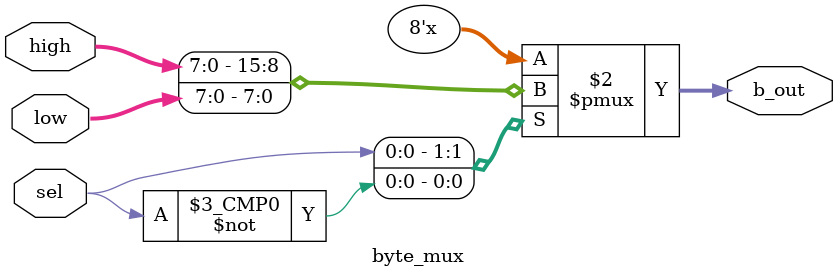
<source format=v>
`timescale 1ns / 1ps
module byte_mux(sel, high, low, b_out);

   input                sel;
   input          [7:0] high, low;
   output         [7:0] b_out;
   reg            [7:0] b_out;

   always @(sel or high or low)
      begin
         case (sel)   
            1'b1:      b_out = high;
            1'b0:      b_out =  low;
            default: b_out = high;
         
         endcase
      end
endmodule

</source>
